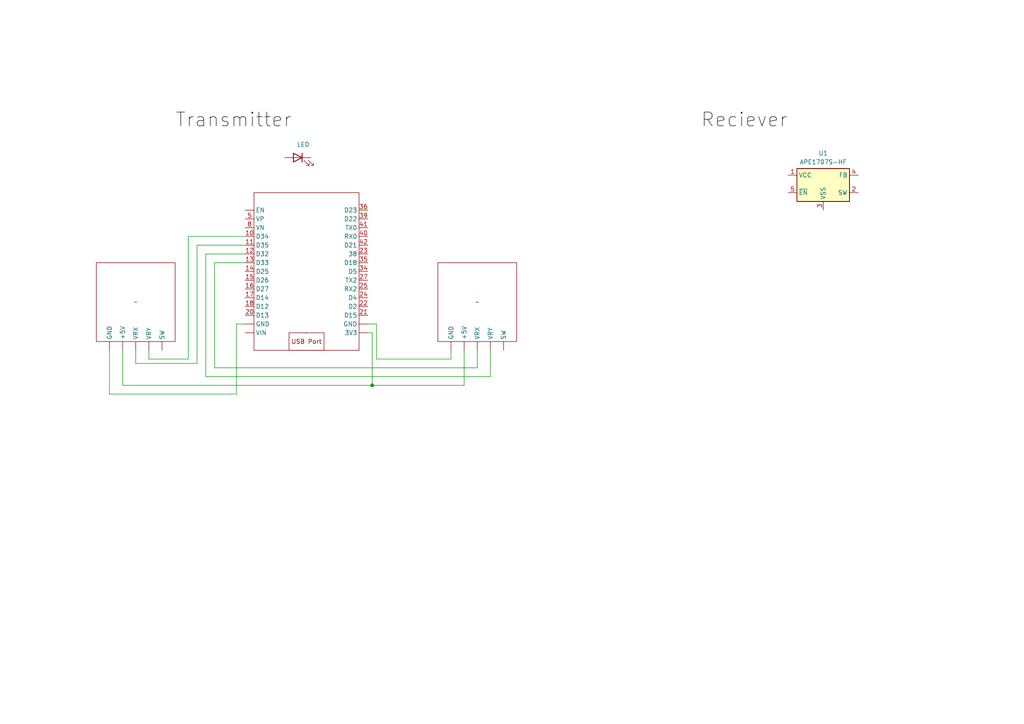
<source format=kicad_sch>
(kicad_sch (version 20230121) (generator eeschema)
  (paper "A4")
  (title_block (title "EspRcSchematics") (date "2023-10-14") (company "v01d.dev"))
  (lib_symbols
    (symbol "Device:LED" (pin_numbers hide) (pin_names (offset 1.016) hide)
      (property "Reference" "D" (at 0 2.54 0))
      (property "Value" "LED" (at 0 -2.54 0))
      (symbol "LED_0_1"
        (polyline (pts (xy -1.27 -1.27) (xy -1.27 1.27)) (stroke (width 0.254)))
        (polyline (pts (xy -1.27 0) (xy 1.27 0)))
        (polyline (pts (xy 1.27 -1.27) (xy 1.27 1.27) (xy -1.27 0) (xy 1.27 -1.27)) (stroke (width 0.254)))
        (polyline (pts (xy -3.048 -0.762) (xy -4.572 -2.286) (xy -3.81 -2.286) (xy -4.572 -2.286) (xy -4.572 -1.524)))
        (polyline (pts (xy -1.778 -0.762) (xy -3.302 -2.286) (xy -2.54 -2.286) (xy -3.302 -2.286) (xy -3.302 -1.524)))
      )
      (symbol "LED_1_1"
        (pin passive line (at -3.81 0 0) (length 2.54) (name "K") (number "1"))
        (pin passive line (at 3.81 0 180) (length 2.54) (name "A") (number "2"))
      )
    )
    (symbol "DoItESP32:DoItESP32" (pin_names (offset 0.5))
      (property "Reference" "U" (at 0 0 0))
      (symbol "DoItESP32_0_1"
        (rectangle (start -15.24 22.86) (end 15.24 -22.86))
        (rectangle (start -5.08 -17.78) (end 5.08 -22.86))
      )
      (symbol "DoItESP32_1_1"
        (text "USB Port" (at 0 -20.32 0) (effects (font (size 1.27 1.27))))
        (pin power_out line (at 17.78 -17.78 180) (length 2.54) (name "3V3") (number ""))
        (pin bidirectional line (at -17.78 17.78 0) (length 2.54) (name "EN") (number ""))
        (pin input line (at -17.78 -15.24 0) (length 2.54) (name "GND") (number ""))
        (pin input line (at 17.78 -15.24 180) (length 2.54) (name "GND") (number ""))
        (pin bidirectional line (at -17.78 -17.78 0) (length 2.54) (name "VIN") (number ""))
        (pin bidirectional line (at -17.78 10.16 0) (length 2.54) (name "D34") (number "10"))
        (pin bidirectional line (at -17.78 7.62 0) (length 2.54) (name "D35") (number "11"))
        (pin bidirectional line (at -17.78 5.08 0) (length 2.54) (name "D32") (number "12"))
        (pin bidirectional line (at -17.78 2.54 0) (length 2.54) (name "D33") (number "13"))
        (pin bidirectional line (at -17.78 0 0) (length 2.54) (name "D25") (number "14"))
        (pin bidirectional line (at -17.78 -2.54 0) (length 2.54) (name "D26") (number "15"))
        (pin bidirectional line (at -17.78 -5.08 0) (length 2.54) (name "D27") (number "16"))
        (pin bidirectional line (at -17.78 -7.62 0) (length 2.54) (name "D14") (number "17"))
        (pin bidirectional line (at -17.78 -10.16 0) (length 2.54) (name "D12") (number "18"))
        (pin bidirectional line (at -17.78 -12.7 0) (length 2.54) (name "D13") (number "20"))
        (pin bidirectional line (at 17.78 -12.7 180) (length 2.54) (name "D15") (number "21"))
        (pin bidirectional line (at 17.78 -10.16 180) (length 2.54) (name "D2") (number "22"))
        (pin bidirectional line (at 17.78 5.08 180) (length 2.54) (name "38") (number "23"))
        (pin bidirectional line (at 17.78 -7.62 180) (length 2.54) (name "D4") (number "24"))
        (pin bidirectional line (at 17.78 -5.08 180) (length 2.54) (name "RX2") (number "25"))
        (pin bidirectional line (at 17.78 -2.54 180) (length 2.54) (name "TX2") (number "27"))
        (pin bidirectional line (at 17.78 0 180) (length 2.54) (name "D5") (number "34"))
        (pin bidirectional line (at 17.78 2.54 180) (length 2.54) (name "D18") (number "35"))
        (pin bidirectional line (at 17.78 17.78 180) (length 2.54) (name "D23") (number "36"))
        (pin bidirectional line (at 17.78 15.24 180) (length 2.54) (name "D22") (number "39"))
        (pin bidirectional line (at 17.78 10.16 180) (length 2.54) (name "RX0") (number "40"))
        (pin bidirectional line (at 17.78 12.7 180) (length 2.54) (name "TX0") (number "41"))
        (pin bidirectional line (at 17.78 7.62 180) (length 2.54) (name "D21") (number "42"))
        (pin bidirectional line (at -17.78 15.24 0) (length 2.54) (name "VP") (number "5"))
        (pin bidirectional line (at -17.78 12.7 0) (length 2.54) (name "VN") (number "8"))
      )
    )
    (symbol "Joysticks:Joystick"
      (property "Reference" "U" (at 0 0 0))
      (symbol "Joystick_0_1"
        (rectangle (start -11.43 11.43) (end 11.43 -11.43))
      )
      (symbol "Joystick_1_1"
        (pin power_in line (at -3.81 -13.97 90) (length 2.54) (name "+5V") (number ""))
        (pin passive line (at -7.62 -13.97 90) (length 2.54) (name "GND") (number ""))
        (pin output line (at 7.62 -13.97 90) (length 2.54) (name "SW") (number ""))
        (pin output line (at 0 -13.97 90) (length 2.54) (name "VRX") (number ""))
        (pin output line (at 3.81 -13.97 90) (length 2.54) (name "VRY") (number ""))
      )
    )
    (symbol "Regulator_Switching:APE1707S-HF"
      (property "Reference" "U" (at -7.62 5.715 0))
      (property "Value" "APE1707S-HF" (at 0 5.715 0))
      (symbol "APE1707S-HF_0_1"
        (rectangle (start -7.62 4.445) (end 7.62 -5.08) (stroke (width 0.254)) (fill (type background)))
      )
      (symbol "APE1707S-HF_1_1"
        (pin power_in line (at -10.16 2.54 0) (length 2.54) (name "VCC") (number "1"))
        (pin output line (at 10.16 -2.54 180) (length 2.54) (name "SW") (number "2"))
        (pin power_in line (at 0 -7.62 90) (length 2.54) (name "VSS") (number "3"))
        (pin input line (at 10.16 2.54 180) (length 2.54) (name "FB") (number "4"))
        (pin input line (at -10.16 -2.54 0) (length 2.54) (name "~{EN}") (number "5"))
      )
    )
  )
  (junction (at 107.95 111.76))
  (wire (pts (xy 43.18 104.14) (xy 54.61 104.14)))
  (wire (pts (xy 130.81 104.14) (xy 130.81 101.6)))
  (wire (pts (xy 134.62 101.6) (xy 134.62 111.76)))
  (wire (pts (xy 57.15 71.12) (xy 57.15 105.41)))
  (wire (pts (xy 59.69 73.66) (xy 71.12 73.66)))
  (wire (pts (xy 109.22 93.98) (xy 109.22 104.14)))
  (wire (pts (xy 35.56 111.76) (xy 35.56 101.6)))
  (wire (pts (xy 62.23 76.2) (xy 71.12 76.2)))
  (wire (pts (xy 109.22 104.14) (xy 130.81 104.14)))
  (wire (pts (xy 39.37 105.41) (xy 57.15 105.41)))
  (wire (pts (xy 138.43 101.6) (xy 138.43 106.68)))
  (wire (pts (xy 39.37 101.6) (xy 39.37 105.41)))
  (wire (pts (xy 62.23 106.68) (xy 138.43 106.68)))
  (wire (pts (xy 31.75 114.3) (xy 68.58 114.3)))
  (wire (pts (xy 104.14 60.96) (xy 106.68 60.96)))
  (wire (pts (xy 35.56 111.76) (xy 107.95 111.76)))
  (wire (pts (xy 107.95 96.52) (xy 107.95 111.76)))
  (wire (pts (xy 106.68 93.98) (xy 109.22 93.98)))
  (wire (pts (xy 107.95 111.76) (xy 134.62 111.76)))
  (wire (pts (xy 54.61 68.58) (xy 71.12 68.58)))
  (wire (pts (xy 59.69 109.22) (xy 142.24 109.22)))
  (wire (pts (xy 68.58 93.98) (xy 68.58 114.3)))
  (wire (pts (xy 88.9 45.72) (xy 90.17 45.72)))
  (wire (pts (xy 142.24 101.6) (xy 142.24 109.22)))
  (wire (pts (xy 54.61 68.58) (xy 54.61 104.14)))
  (wire (pts (xy 31.75 101.6) (xy 31.75 114.3)))
  (wire (pts (xy 106.68 96.52) (xy 107.95 96.52)))
  (wire (pts (xy 62.23 76.2) (xy 62.23 106.68)))
  (wire (pts (xy 68.58 93.98) (xy 71.12 93.98)))
  (wire (pts (xy 43.18 101.6) (xy 43.18 104.14)))
  (wire (pts (xy 57.15 71.12) (xy 71.12 71.12)))
  (wire (pts (xy 59.69 73.66) (xy 59.69 109.22)))
  (label "Reciever" (at 203.2 38.1 0) (effects (font (size 4 4))))
  (label "Transmitter" (at 50.8 38.1 0) (effects (font (size 4 4))))
  (symbol (lib_id "Device:LED") (at 86.36 45.72 0) (mirror y) (unit 1)
    (property "Reference" "D1" (effects hide))
    (property "Value" "LED" (at 87.9475 41.91 0))
  )
  (symbol (lib_id "Joysticks:Joystick") (at 39.37 87.63 0) (unit 1)
    (property "Reference" "U3" (effects hide))
    (property "Value" "~" (at 39.37 87.63 0))
  )
  (symbol (lib_id "DoItESP32:DoItESP32") (at 88.9 78.74 0) (unit 1)
    (property "Reference" "U2" (effects hide))
    (property "Value" "~" (at 88.9 96.52 0))
  )
  (symbol (lib_id "Joysticks:Joystick") (at 138.43 87.63 0) (unit 1)
    (property "Reference" "U4" (effects hide))
    (property "Value" "~" (at 138.43 87.63 0))
  )
  (symbol (lib_id "Regulator_Switching:APE1707S-HF") (at 238.76 53.34 0) (unit 1)
    (property "Reference" "U1" (at 238.76 44.45 0))
    (property "Value" "APE1707S-HF" (at 238.76 46.99 0))
    (property "Footprint" "Package_TO_SOT_SMD:TO-263-5_TabPin3" (effects hide))
    (property "Datasheet" "http://pdf.datasheet.live/datasheets-1/advanced_power_electronics/APE1707S-12-HF.pdf" (effects hide))
  )
)
</source>
